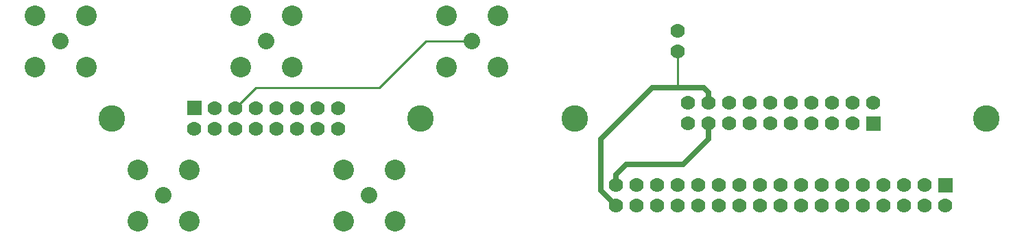
<source format=gbr>
G04 start of page 3 for group 5 idx 5 *
G04 Title: (unknown), bottom *
G04 Creator: pcb 20140316 *
G04 CreationDate: Tue 28 Aug 2018 05:59:29 PM GMT UTC *
G04 For: thomasc *
G04 Format: Gerber/RS-274X *
G04 PCB-Dimensions (mil): 5300.00 1250.00 *
G04 PCB-Coordinate-Origin: lower left *
%MOIN*%
%FSLAX25Y25*%
%LNBOTTOM*%
%ADD32C,0.0520*%
%ADD31C,0.0420*%
%ADD30C,0.1250*%
%ADD29C,0.1290*%
%ADD28C,0.0001*%
%ADD27C,0.1000*%
%ADD26C,0.0800*%
%ADD25C,0.0700*%
%ADD24C,0.0100*%
%ADD23C,0.0250*%
G54D23*X342500Y40000D02*X315000D01*
X310000Y35000D01*
Y30000D01*
X355000Y60000D02*Y52500D01*
X342500Y40000D01*
X355000Y70000D02*Y75000D01*
X352500Y77500D01*
X327500D01*
G54D24*X240000Y100000D02*X217500D01*
X195000Y77500D01*
X135000D01*
X125000Y67500D01*
X340000Y95000D02*Y77500D01*
G54D23*X327500D02*X302500Y52500D01*
Y27500D01*
X310000Y20000D01*
G54D25*X155000Y57500D03*
Y67500D03*
X165000Y57500D03*
X175000D03*
X165000Y67500D03*
X175000D03*
G54D26*X40000Y100000D03*
G54D27*X27500Y112500D03*
Y87500D03*
X52500Y112500D03*
Y87500D03*
G54D25*X105000Y57500D03*
G54D28*G36*
X101500Y71000D02*Y64000D01*
X108500D01*
Y71000D01*
X101500D01*
G37*
G54D25*X115000Y57500D03*
Y67500D03*
X125000Y57500D03*
Y67500D03*
X135000Y57500D03*
Y67500D03*
X145000Y57500D03*
Y67500D03*
G54D26*X140000Y100000D03*
G54D27*X127500Y112500D03*
X152500D03*
Y87500D03*
X127500D03*
G54D26*X90000Y25000D03*
G54D27*X77500Y37500D03*
X102500D03*
Y12500D03*
X77500D03*
G54D26*X240000Y100000D03*
G54D27*X227500Y112500D03*
Y87500D03*
X252500Y112500D03*
Y87500D03*
G54D26*X190000Y25000D03*
G54D27*X177500Y37500D03*
X202500D03*
Y12500D03*
X177500D03*
G54D25*X470000Y20000D03*
G54D28*G36*
X466500Y33500D02*Y26500D01*
X473500D01*
Y33500D01*
X466500D01*
G37*
G54D25*X460000Y20000D03*
Y30000D03*
X435000Y70000D03*
X425000D03*
X415000D03*
X405000D03*
G54D28*G36*
X431500Y63500D02*Y56500D01*
X438500D01*
Y63500D01*
X431500D01*
G37*
G54D25*X425000Y60000D03*
X415000D03*
X405000D03*
X450000Y20000D03*
X440000D03*
X430000D03*
X450000Y30000D03*
X440000D03*
X430000D03*
X420000D03*
X410000D03*
X400000D03*
X420000Y20000D03*
X410000D03*
X400000D03*
X390000D03*
Y30000D03*
X380000Y20000D03*
X370000D03*
X360000D03*
X380000Y30000D03*
X370000D03*
X360000D03*
X350000D03*
X340000D03*
X330000D03*
X350000Y20000D03*
X340000D03*
X330000D03*
X320000D03*
Y30000D03*
X310000D03*
X340000Y95000D03*
Y105000D03*
X310000Y20000D03*
X395000Y70000D03*
Y60000D03*
X385000Y70000D03*
Y60000D03*
X375000Y70000D03*
Y60000D03*
X365000Y70000D03*
Y60000D03*
X355000D03*
X345000D03*
X355000Y70000D03*
X345000D03*
G54D29*X65000Y62500D03*
X490000D03*
X215000D03*
X290000D03*
G54D30*G54D31*G54D32*G54D25*G54D31*G54D32*G54D25*G54D32*G54D25*G54D32*G54D25*G54D32*G54D25*G54D31*M02*

</source>
